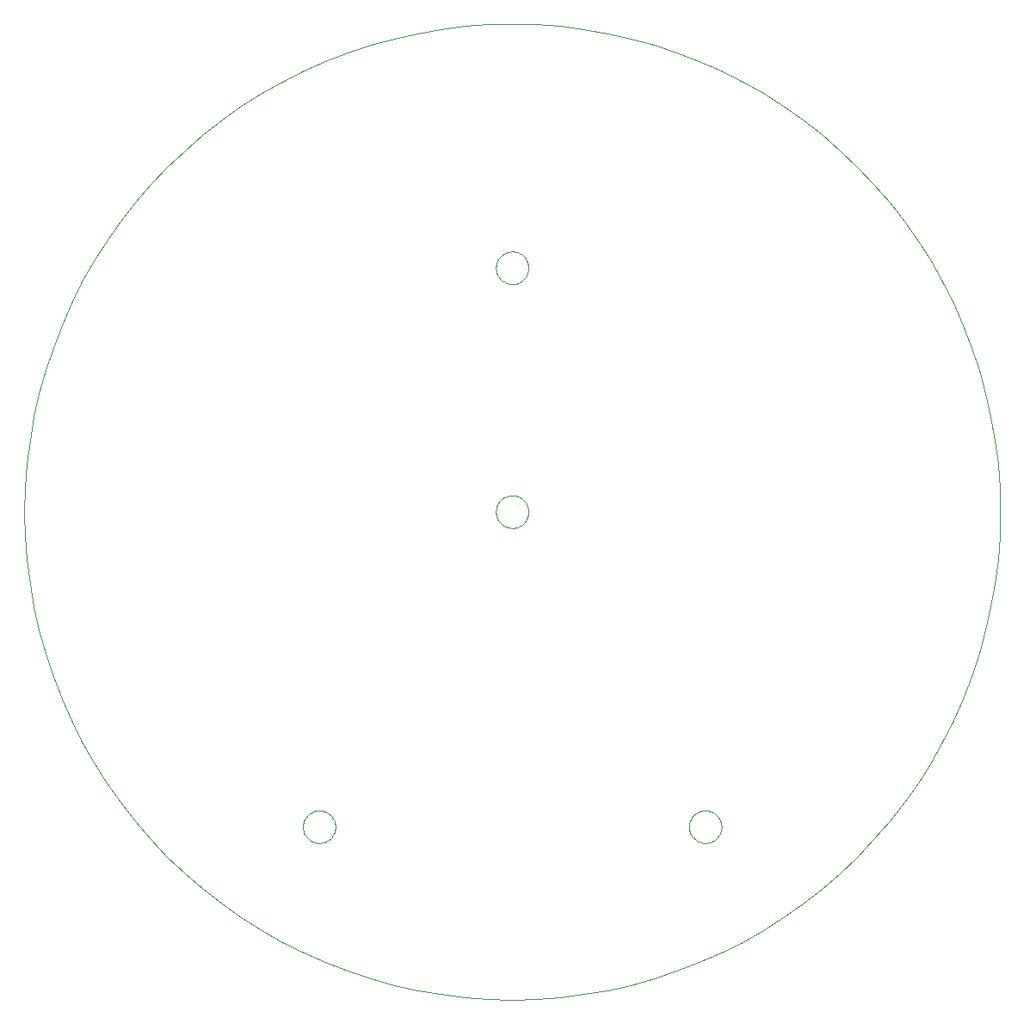
<source format=gbo>
G75*
G70*
%OFA0B0*%
%FSLAX24Y24*%
%IPPOS*%
%LPD*%
%AMOC8*
5,1,8,0,0,1.08239X$1,22.5*
%
%ADD10C,0.0000*%
%ADD11C,0.0000*%
D10*
X013467Y008998D02*
X013469Y009048D01*
X013475Y009098D01*
X013485Y009147D01*
X013499Y009195D01*
X013516Y009242D01*
X013537Y009287D01*
X013562Y009331D01*
X013590Y009372D01*
X013622Y009411D01*
X013656Y009448D01*
X013693Y009482D01*
X013733Y009512D01*
X013775Y009539D01*
X013819Y009563D01*
X013865Y009584D01*
X013912Y009600D01*
X013960Y009613D01*
X014010Y009622D01*
X014059Y009627D01*
X014110Y009628D01*
X014160Y009625D01*
X014209Y009618D01*
X014258Y009607D01*
X014306Y009592D01*
X014352Y009574D01*
X014397Y009552D01*
X014440Y009526D01*
X014481Y009497D01*
X014520Y009465D01*
X014556Y009430D01*
X014588Y009392D01*
X014618Y009352D01*
X014645Y009309D01*
X014668Y009265D01*
X014687Y009219D01*
X014703Y009171D01*
X014715Y009122D01*
X014723Y009073D01*
X014727Y009023D01*
X014727Y008973D01*
X014723Y008923D01*
X014715Y008874D01*
X014703Y008825D01*
X014687Y008777D01*
X014668Y008731D01*
X014645Y008687D01*
X014618Y008644D01*
X014588Y008604D01*
X014556Y008566D01*
X014520Y008531D01*
X014481Y008499D01*
X014440Y008470D01*
X014397Y008444D01*
X014352Y008422D01*
X014306Y008404D01*
X014258Y008389D01*
X014209Y008378D01*
X014160Y008371D01*
X014110Y008368D01*
X014059Y008369D01*
X014010Y008374D01*
X013960Y008383D01*
X013912Y008396D01*
X013865Y008412D01*
X013819Y008433D01*
X013775Y008457D01*
X013733Y008484D01*
X013693Y008514D01*
X013656Y008548D01*
X013622Y008585D01*
X013590Y008624D01*
X013562Y008665D01*
X013537Y008709D01*
X013516Y008754D01*
X013499Y008801D01*
X013485Y008849D01*
X013475Y008898D01*
X013469Y008948D01*
X013467Y008998D01*
X020948Y021203D02*
X020950Y021253D01*
X020956Y021303D01*
X020966Y021352D01*
X020980Y021400D01*
X020997Y021447D01*
X021018Y021492D01*
X021043Y021536D01*
X021071Y021577D01*
X021103Y021616D01*
X021137Y021653D01*
X021174Y021687D01*
X021214Y021717D01*
X021256Y021744D01*
X021300Y021768D01*
X021346Y021789D01*
X021393Y021805D01*
X021441Y021818D01*
X021491Y021827D01*
X021540Y021832D01*
X021591Y021833D01*
X021641Y021830D01*
X021690Y021823D01*
X021739Y021812D01*
X021787Y021797D01*
X021833Y021779D01*
X021878Y021757D01*
X021921Y021731D01*
X021962Y021702D01*
X022001Y021670D01*
X022037Y021635D01*
X022069Y021597D01*
X022099Y021557D01*
X022126Y021514D01*
X022149Y021470D01*
X022168Y021424D01*
X022184Y021376D01*
X022196Y021327D01*
X022204Y021278D01*
X022208Y021228D01*
X022208Y021178D01*
X022204Y021128D01*
X022196Y021079D01*
X022184Y021030D01*
X022168Y020982D01*
X022149Y020936D01*
X022126Y020892D01*
X022099Y020849D01*
X022069Y020809D01*
X022037Y020771D01*
X022001Y020736D01*
X021962Y020704D01*
X021921Y020675D01*
X021878Y020649D01*
X021833Y020627D01*
X021787Y020609D01*
X021739Y020594D01*
X021690Y020583D01*
X021641Y020576D01*
X021591Y020573D01*
X021540Y020574D01*
X021491Y020579D01*
X021441Y020588D01*
X021393Y020601D01*
X021346Y020617D01*
X021300Y020638D01*
X021256Y020662D01*
X021214Y020689D01*
X021174Y020719D01*
X021137Y020753D01*
X021103Y020790D01*
X021071Y020829D01*
X021043Y020870D01*
X021018Y020914D01*
X020997Y020959D01*
X020980Y021006D01*
X020966Y021054D01*
X020956Y021103D01*
X020950Y021153D01*
X020948Y021203D01*
X020948Y030651D02*
X020950Y030701D01*
X020956Y030751D01*
X020966Y030800D01*
X020980Y030848D01*
X020997Y030895D01*
X021018Y030940D01*
X021043Y030984D01*
X021071Y031025D01*
X021103Y031064D01*
X021137Y031101D01*
X021174Y031135D01*
X021214Y031165D01*
X021256Y031192D01*
X021300Y031216D01*
X021346Y031237D01*
X021393Y031253D01*
X021441Y031266D01*
X021491Y031275D01*
X021540Y031280D01*
X021591Y031281D01*
X021641Y031278D01*
X021690Y031271D01*
X021739Y031260D01*
X021787Y031245D01*
X021833Y031227D01*
X021878Y031205D01*
X021921Y031179D01*
X021962Y031150D01*
X022001Y031118D01*
X022037Y031083D01*
X022069Y031045D01*
X022099Y031005D01*
X022126Y030962D01*
X022149Y030918D01*
X022168Y030872D01*
X022184Y030824D01*
X022196Y030775D01*
X022204Y030726D01*
X022208Y030676D01*
X022208Y030626D01*
X022204Y030576D01*
X022196Y030527D01*
X022184Y030478D01*
X022168Y030430D01*
X022149Y030384D01*
X022126Y030340D01*
X022099Y030297D01*
X022069Y030257D01*
X022037Y030219D01*
X022001Y030184D01*
X021962Y030152D01*
X021921Y030123D01*
X021878Y030097D01*
X021833Y030075D01*
X021787Y030057D01*
X021739Y030042D01*
X021690Y030031D01*
X021641Y030024D01*
X021591Y030021D01*
X021540Y030022D01*
X021491Y030027D01*
X021441Y030036D01*
X021393Y030049D01*
X021346Y030065D01*
X021300Y030086D01*
X021256Y030110D01*
X021214Y030137D01*
X021174Y030167D01*
X021137Y030201D01*
X021103Y030238D01*
X021071Y030277D01*
X021043Y030318D01*
X021018Y030362D01*
X020997Y030407D01*
X020980Y030454D01*
X020966Y030502D01*
X020956Y030551D01*
X020950Y030601D01*
X020948Y030651D01*
X028428Y008998D02*
X028430Y009048D01*
X028436Y009098D01*
X028446Y009147D01*
X028460Y009195D01*
X028477Y009242D01*
X028498Y009287D01*
X028523Y009331D01*
X028551Y009372D01*
X028583Y009411D01*
X028617Y009448D01*
X028654Y009482D01*
X028694Y009512D01*
X028736Y009539D01*
X028780Y009563D01*
X028826Y009584D01*
X028873Y009600D01*
X028921Y009613D01*
X028971Y009622D01*
X029020Y009627D01*
X029071Y009628D01*
X029121Y009625D01*
X029170Y009618D01*
X029219Y009607D01*
X029267Y009592D01*
X029313Y009574D01*
X029358Y009552D01*
X029401Y009526D01*
X029442Y009497D01*
X029481Y009465D01*
X029517Y009430D01*
X029549Y009392D01*
X029579Y009352D01*
X029606Y009309D01*
X029629Y009265D01*
X029648Y009219D01*
X029664Y009171D01*
X029676Y009122D01*
X029684Y009073D01*
X029688Y009023D01*
X029688Y008973D01*
X029684Y008923D01*
X029676Y008874D01*
X029664Y008825D01*
X029648Y008777D01*
X029629Y008731D01*
X029606Y008687D01*
X029579Y008644D01*
X029549Y008604D01*
X029517Y008566D01*
X029481Y008531D01*
X029442Y008499D01*
X029401Y008470D01*
X029358Y008444D01*
X029313Y008422D01*
X029267Y008404D01*
X029219Y008389D01*
X029170Y008378D01*
X029121Y008371D01*
X029071Y008368D01*
X029020Y008369D01*
X028971Y008374D01*
X028921Y008383D01*
X028873Y008396D01*
X028826Y008412D01*
X028780Y008433D01*
X028736Y008457D01*
X028694Y008484D01*
X028654Y008514D01*
X028617Y008548D01*
X028583Y008585D01*
X028551Y008624D01*
X028523Y008665D01*
X028498Y008709D01*
X028477Y008754D01*
X028460Y008801D01*
X028446Y008849D01*
X028436Y008898D01*
X028430Y008948D01*
X028428Y008998D01*
D11*
X002680Y021203D02*
X002703Y022130D01*
X002771Y023055D01*
X002885Y023976D01*
X003043Y024890D01*
X003246Y025795D01*
X003494Y026689D01*
X003785Y027570D01*
X004119Y028435D01*
X004494Y029283D01*
X004911Y030111D01*
X005369Y030919D01*
X005865Y031702D01*
X006399Y032461D01*
X006970Y033192D01*
X007576Y033894D01*
X008215Y034566D01*
X008887Y035205D01*
X009589Y035811D01*
X010320Y036382D01*
X011079Y036916D01*
X011862Y037412D01*
X012670Y037870D01*
X013498Y038287D01*
X014346Y038662D01*
X015211Y038996D01*
X016092Y039287D01*
X016986Y039535D01*
X017891Y039738D01*
X018805Y039896D01*
X019726Y040010D01*
X020651Y040078D01*
X021578Y040101D01*
X022505Y040078D01*
X023430Y040010D01*
X024351Y039896D01*
X025265Y039738D01*
X026170Y039535D01*
X027064Y039287D01*
X027945Y038996D01*
X028810Y038662D01*
X029658Y038287D01*
X030486Y037870D01*
X031294Y037412D01*
X032077Y036916D01*
X032836Y036382D01*
X033567Y035811D01*
X034269Y035205D01*
X034941Y034566D01*
X035580Y033894D01*
X036186Y033192D01*
X036757Y032461D01*
X037291Y031702D01*
X037787Y030919D01*
X038245Y030111D01*
X038662Y029283D01*
X039037Y028435D01*
X039371Y027570D01*
X039662Y026689D01*
X039910Y025795D01*
X040113Y024890D01*
X040271Y023976D01*
X040385Y023055D01*
X040453Y022130D01*
X040476Y021203D01*
X040453Y020276D01*
X040385Y019351D01*
X040271Y018430D01*
X040113Y017516D01*
X039910Y016611D01*
X039662Y015717D01*
X039371Y014836D01*
X039037Y013971D01*
X038662Y013123D01*
X038245Y012295D01*
X037787Y011487D01*
X037291Y010704D01*
X036757Y009945D01*
X036186Y009214D01*
X035580Y008512D01*
X034941Y007840D01*
X034269Y007201D01*
X033567Y006595D01*
X032836Y006024D01*
X032077Y005490D01*
X031294Y004994D01*
X030486Y004536D01*
X029658Y004119D01*
X028810Y003744D01*
X027945Y003410D01*
X027064Y003119D01*
X026170Y002871D01*
X025265Y002668D01*
X024351Y002510D01*
X023430Y002396D01*
X022505Y002328D01*
X021578Y002305D01*
X020651Y002328D01*
X019726Y002396D01*
X018805Y002510D01*
X017891Y002668D01*
X016986Y002871D01*
X016092Y003119D01*
X015211Y003410D01*
X014346Y003744D01*
X013498Y004119D01*
X012670Y004536D01*
X011862Y004994D01*
X011079Y005490D01*
X010320Y006024D01*
X009589Y006595D01*
X008887Y007201D01*
X008215Y007840D01*
X007576Y008512D01*
X006970Y009214D01*
X006399Y009945D01*
X005865Y010704D01*
X005369Y011487D01*
X004911Y012295D01*
X004494Y013123D01*
X004119Y013971D01*
X003785Y014836D01*
X003494Y015717D01*
X003246Y016611D01*
X003043Y017516D01*
X002885Y018430D01*
X002771Y019351D01*
X002703Y020276D01*
X002680Y021203D01*
M02*

</source>
